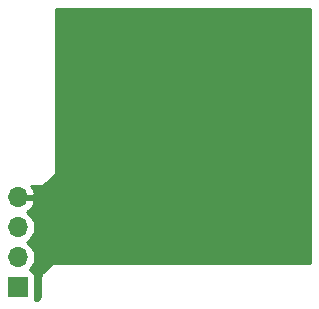
<source format=gtl>
%TF.GenerationSoftware,KiCad,Pcbnew,(5.1.6-0)*%
%TF.CreationDate,2023-01-08T10:47:54+01:00*%
%TF.ProjectId,Raddswi_CIA_Adapter,52616464-7377-4695-9f43-49415f416461,rev?*%
%TF.SameCoordinates,Original*%
%TF.FileFunction,Copper,L1,Top*%
%TF.FilePolarity,Positive*%
%FSLAX46Y46*%
G04 Gerber Fmt 4.6, Leading zero omitted, Abs format (unit mm)*
G04 Created by KiCad (PCBNEW (5.1.6-0)) date 2023-01-08 10:47:54*
%MOMM*%
%LPD*%
G01*
G04 APERTURE LIST*
%TA.AperFunction,ComponentPad*%
%ADD10O,1.700000X1.700000*%
%TD*%
%TA.AperFunction,ComponentPad*%
%ADD11R,1.700000X1.700000*%
%TD*%
%TA.AperFunction,ViaPad*%
%ADD12C,0.800000*%
%TD*%
%TA.AperFunction,Conductor*%
%ADD13C,0.254000*%
%TD*%
G04 APERTURE END LIST*
D10*
%TO.P,J1,4*%
%TO.N,/GND*%
X149816820Y-104261920D03*
%TO.P,J1,3*%
%TO.N,/CTS*%
X149816820Y-106801920D03*
%TO.P,J1,2*%
%TO.N,/DTR*%
X149816820Y-109341920D03*
D11*
%TO.P,J1,1*%
%TO.N,/VCC*%
X149816820Y-111881920D03*
%TD*%
D12*
%TO.N,/GND*%
X171955460Y-90947240D03*
X155696920Y-90982800D03*
X155696920Y-106961940D03*
X172059600Y-107208320D03*
X163703000Y-93151960D03*
X157988000Y-104902000D03*
X169418000Y-104902000D03*
%TD*%
D13*
%TO.N,/GND*%
G36*
X174575001Y-109805000D02*
G01*
X153068639Y-109805000D01*
X153035000Y-109801687D01*
X153001361Y-109805000D01*
X153001353Y-109805000D01*
X152900717Y-109814912D01*
X152771593Y-109854081D01*
X152730142Y-109876237D01*
X152652593Y-109917688D01*
X152548289Y-110003289D01*
X152526842Y-110029422D01*
X151939418Y-110616846D01*
X151913289Y-110638290D01*
X151891846Y-110664418D01*
X151891840Y-110664424D01*
X151857525Y-110706238D01*
X151827688Y-110742594D01*
X151764081Y-110861595D01*
X151724912Y-110990718D01*
X151715000Y-111091354D01*
X151715000Y-111091361D01*
X151711687Y-111125000D01*
X151715000Y-111158640D01*
X151715001Y-112746263D01*
X151481264Y-112980000D01*
X151254237Y-112980000D01*
X151256322Y-112976100D01*
X151292632Y-112856402D01*
X151304892Y-112731920D01*
X151304892Y-111031920D01*
X151292632Y-110907438D01*
X151256322Y-110787740D01*
X151197357Y-110677426D01*
X151118005Y-110580735D01*
X151021314Y-110501383D01*
X150911000Y-110442418D01*
X150838440Y-110420407D01*
X150970295Y-110288552D01*
X151132810Y-110045331D01*
X151244752Y-109775078D01*
X151301820Y-109488180D01*
X151301820Y-109195660D01*
X151244752Y-108908762D01*
X151132810Y-108638509D01*
X150970295Y-108395288D01*
X150763452Y-108188445D01*
X150589060Y-108071920D01*
X150763452Y-107955395D01*
X150970295Y-107748552D01*
X151132810Y-107505331D01*
X151244752Y-107235078D01*
X151301820Y-106948180D01*
X151301820Y-106655660D01*
X151244752Y-106368762D01*
X151132810Y-106098509D01*
X150970295Y-105855288D01*
X150763452Y-105648445D01*
X150581286Y-105526725D01*
X150698175Y-105457098D01*
X150914408Y-105262189D01*
X151088461Y-105028840D01*
X151213645Y-104766019D01*
X151258296Y-104618810D01*
X151136975Y-104388920D01*
X149943820Y-104388920D01*
X149943820Y-104408920D01*
X149689820Y-104408920D01*
X149689820Y-104388920D01*
X149669820Y-104388920D01*
X149669820Y-104134920D01*
X149689820Y-104134920D01*
X149689820Y-104114920D01*
X149943820Y-104114920D01*
X149943820Y-104134920D01*
X151136975Y-104134920D01*
X151258296Y-103905030D01*
X151213645Y-103757821D01*
X151088461Y-103495000D01*
X150943758Y-103301000D01*
X151731361Y-103301000D01*
X151765000Y-103304313D01*
X151798639Y-103301000D01*
X151798647Y-103301000D01*
X151899283Y-103291088D01*
X152028406Y-103251919D01*
X152147407Y-103188312D01*
X152251711Y-103102711D01*
X152273158Y-103076578D01*
X152860582Y-102489154D01*
X152886710Y-102467711D01*
X152908154Y-102441582D01*
X152908160Y-102441576D01*
X152941452Y-102401009D01*
X152972312Y-102363407D01*
X153013763Y-102285858D01*
X153035919Y-102244407D01*
X153075088Y-102115283D01*
X153075088Y-102115282D01*
X153085000Y-102014647D01*
X153085000Y-102014639D01*
X153088313Y-101981000D01*
X153085000Y-101947361D01*
X153085000Y-88315000D01*
X174575000Y-88315000D01*
X174575001Y-109805000D01*
G37*
X174575001Y-109805000D02*
X153068639Y-109805000D01*
X153035000Y-109801687D01*
X153001361Y-109805000D01*
X153001353Y-109805000D01*
X152900717Y-109814912D01*
X152771593Y-109854081D01*
X152730142Y-109876237D01*
X152652593Y-109917688D01*
X152548289Y-110003289D01*
X152526842Y-110029422D01*
X151939418Y-110616846D01*
X151913289Y-110638290D01*
X151891846Y-110664418D01*
X151891840Y-110664424D01*
X151857525Y-110706238D01*
X151827688Y-110742594D01*
X151764081Y-110861595D01*
X151724912Y-110990718D01*
X151715000Y-111091354D01*
X151715000Y-111091361D01*
X151711687Y-111125000D01*
X151715000Y-111158640D01*
X151715001Y-112746263D01*
X151481264Y-112980000D01*
X151254237Y-112980000D01*
X151256322Y-112976100D01*
X151292632Y-112856402D01*
X151304892Y-112731920D01*
X151304892Y-111031920D01*
X151292632Y-110907438D01*
X151256322Y-110787740D01*
X151197357Y-110677426D01*
X151118005Y-110580735D01*
X151021314Y-110501383D01*
X150911000Y-110442418D01*
X150838440Y-110420407D01*
X150970295Y-110288552D01*
X151132810Y-110045331D01*
X151244752Y-109775078D01*
X151301820Y-109488180D01*
X151301820Y-109195660D01*
X151244752Y-108908762D01*
X151132810Y-108638509D01*
X150970295Y-108395288D01*
X150763452Y-108188445D01*
X150589060Y-108071920D01*
X150763452Y-107955395D01*
X150970295Y-107748552D01*
X151132810Y-107505331D01*
X151244752Y-107235078D01*
X151301820Y-106948180D01*
X151301820Y-106655660D01*
X151244752Y-106368762D01*
X151132810Y-106098509D01*
X150970295Y-105855288D01*
X150763452Y-105648445D01*
X150581286Y-105526725D01*
X150698175Y-105457098D01*
X150914408Y-105262189D01*
X151088461Y-105028840D01*
X151213645Y-104766019D01*
X151258296Y-104618810D01*
X151136975Y-104388920D01*
X149943820Y-104388920D01*
X149943820Y-104408920D01*
X149689820Y-104408920D01*
X149689820Y-104388920D01*
X149669820Y-104388920D01*
X149669820Y-104134920D01*
X149689820Y-104134920D01*
X149689820Y-104114920D01*
X149943820Y-104114920D01*
X149943820Y-104134920D01*
X151136975Y-104134920D01*
X151258296Y-103905030D01*
X151213645Y-103757821D01*
X151088461Y-103495000D01*
X150943758Y-103301000D01*
X151731361Y-103301000D01*
X151765000Y-103304313D01*
X151798639Y-103301000D01*
X151798647Y-103301000D01*
X151899283Y-103291088D01*
X152028406Y-103251919D01*
X152147407Y-103188312D01*
X152251711Y-103102711D01*
X152273158Y-103076578D01*
X152860582Y-102489154D01*
X152886710Y-102467711D01*
X152908154Y-102441582D01*
X152908160Y-102441576D01*
X152941452Y-102401009D01*
X152972312Y-102363407D01*
X153013763Y-102285858D01*
X153035919Y-102244407D01*
X153075088Y-102115283D01*
X153075088Y-102115282D01*
X153085000Y-102014647D01*
X153085000Y-102014639D01*
X153088313Y-101981000D01*
X153085000Y-101947361D01*
X153085000Y-88315000D01*
X174575000Y-88315000D01*
X174575001Y-109805000D01*
%TD*%
M02*

</source>
